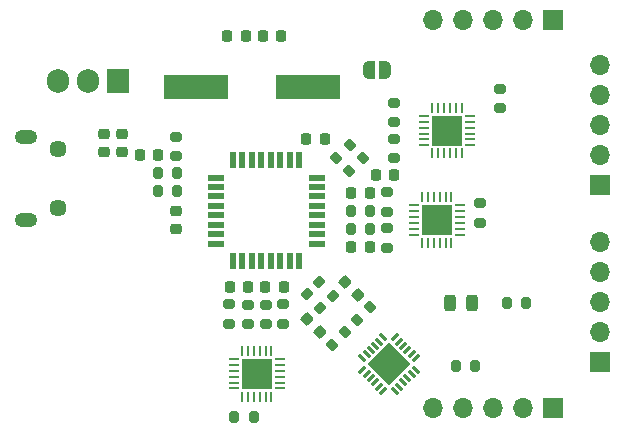
<source format=gbr>
%TF.GenerationSoftware,KiCad,Pcbnew,6.0.7-f9a2dced07~116~ubuntu22.04.1*%
%TF.CreationDate,2022-08-22T18:57:46+02:00*%
%TF.ProjectId,First,46697273-742e-46b6-9963-61645f706362,rev?*%
%TF.SameCoordinates,Original*%
%TF.FileFunction,Soldermask,Top*%
%TF.FilePolarity,Negative*%
%FSLAX46Y46*%
G04 Gerber Fmt 4.6, Leading zero omitted, Abs format (unit mm)*
G04 Created by KiCad (PCBNEW 6.0.7-f9a2dced07~116~ubuntu22.04.1) date 2022-08-22 18:57:46*
%MOMM*%
%LPD*%
G01*
G04 APERTURE LIST*
G04 Aperture macros list*
%AMRoundRect*
0 Rectangle with rounded corners*
0 $1 Rounding radius*
0 $2 $3 $4 $5 $6 $7 $8 $9 X,Y pos of 4 corners*
0 Add a 4 corners polygon primitive as box body*
4,1,4,$2,$3,$4,$5,$6,$7,$8,$9,$2,$3,0*
0 Add four circle primitives for the rounded corners*
1,1,$1+$1,$2,$3*
1,1,$1+$1,$4,$5*
1,1,$1+$1,$6,$7*
1,1,$1+$1,$8,$9*
0 Add four rect primitives between the rounded corners*
20,1,$1+$1,$2,$3,$4,$5,0*
20,1,$1+$1,$4,$5,$6,$7,0*
20,1,$1+$1,$6,$7,$8,$9,0*
20,1,$1+$1,$8,$9,$2,$3,0*%
%AMRotRect*
0 Rectangle, with rotation*
0 The origin of the aperture is its center*
0 $1 length*
0 $2 width*
0 $3 Rotation angle, in degrees counterclockwise*
0 Add horizontal line*
21,1,$1,$2,0,0,$3*%
%AMFreePoly0*
4,1,22,0.500000,-0.750000,0.000000,-0.750000,0.000000,-0.745033,-0.079941,-0.743568,-0.215256,-0.701293,-0.333266,-0.622738,-0.424486,-0.514219,-0.481581,-0.384460,-0.499164,-0.250000,-0.500000,-0.250000,-0.500000,0.250000,-0.499164,0.250000,-0.499963,0.256109,-0.478152,0.396186,-0.417904,0.524511,-0.324060,0.630769,-0.204165,0.706417,-0.067858,0.745374,0.000000,0.744959,0.000000,0.750000,
0.500000,0.750000,0.500000,-0.750000,0.500000,-0.750000,$1*%
%AMFreePoly1*
4,1,20,0.000000,0.744959,0.073905,0.744508,0.209726,0.703889,0.328688,0.626782,0.421226,0.519385,0.479903,0.390333,0.500000,0.250000,0.500000,-0.250000,0.499851,-0.262216,0.476331,-0.402017,0.414519,-0.529596,0.319384,-0.634700,0.198574,-0.708877,0.061801,-0.746166,0.000000,-0.745033,0.000000,-0.750000,-0.500000,-0.750000,-0.500000,0.750000,0.000000,0.750000,0.000000,0.744959,
0.000000,0.744959,$1*%
G04 Aperture macros list end*
%ADD10RoundRect,0.200000X-0.053033X0.335876X-0.335876X0.053033X0.053033X-0.335876X0.335876X-0.053033X0*%
%ADD11RoundRect,0.200000X0.275000X-0.200000X0.275000X0.200000X-0.275000X0.200000X-0.275000X-0.200000X0*%
%ADD12RoundRect,0.200000X0.053033X-0.335876X0.335876X-0.053033X-0.053033X0.335876X-0.335876X0.053033X0*%
%ADD13RoundRect,0.200000X0.200000X0.275000X-0.200000X0.275000X-0.200000X-0.275000X0.200000X-0.275000X0*%
%ADD14RoundRect,0.225000X-0.225000X-0.250000X0.225000X-0.250000X0.225000X0.250000X-0.225000X0.250000X0*%
%ADD15R,1.700000X1.700000*%
%ADD16O,1.700000X1.700000*%
%ADD17RoundRect,0.200000X-0.200000X-0.275000X0.200000X-0.275000X0.200000X0.275000X-0.200000X0.275000X0*%
%ADD18RoundRect,0.200000X-0.275000X0.200000X-0.275000X-0.200000X0.275000X-0.200000X0.275000X0.200000X0*%
%ADD19RoundRect,0.225000X0.225000X0.250000X-0.225000X0.250000X-0.225000X-0.250000X0.225000X-0.250000X0*%
%ADD20R,5.500000X2.000000*%
%ADD21RoundRect,0.225000X-0.250000X0.225000X-0.250000X-0.225000X0.250000X-0.225000X0.250000X0.225000X0*%
%ADD22R,1.905000X2.000000*%
%ADD23O,1.905000X2.000000*%
%ADD24RoundRect,0.225000X-0.335876X-0.017678X-0.017678X-0.335876X0.335876X0.017678X0.017678X0.335876X0*%
%ADD25RoundRect,0.062500X-0.350000X-0.062500X0.350000X-0.062500X0.350000X0.062500X-0.350000X0.062500X0*%
%ADD26RoundRect,0.062500X-0.062500X-0.350000X0.062500X-0.350000X0.062500X0.350000X-0.062500X0.350000X0*%
%ADD27R,2.600000X2.600000*%
%ADD28RoundRect,0.062500X-0.062500X0.350000X-0.062500X-0.350000X0.062500X-0.350000X0.062500X0.350000X0*%
%ADD29RoundRect,0.062500X-0.350000X0.062500X-0.350000X-0.062500X0.350000X-0.062500X0.350000X0.062500X0*%
%ADD30RoundRect,0.062500X-0.291682X0.203293X0.203293X-0.291682X0.291682X-0.203293X-0.203293X0.291682X0*%
%ADD31RoundRect,0.062500X-0.291682X-0.203293X-0.203293X-0.291682X0.291682X0.203293X0.203293X0.291682X0*%
%ADD32RotRect,2.600000X2.600000X315.000000*%
%ADD33R,1.358900X0.508000*%
%ADD34R,0.508000X1.358900*%
%ADD35RoundRect,0.200000X0.335876X0.053033X0.053033X0.335876X-0.335876X-0.053033X-0.053033X-0.335876X0*%
%ADD36RoundRect,0.243750X0.243750X0.456250X-0.243750X0.456250X-0.243750X-0.456250X0.243750X-0.456250X0*%
%ADD37FreePoly0,0.000000*%
%ADD38FreePoly1,0.000000*%
%ADD39C,1.450000*%
%ADD40O,1.900000X1.200000*%
G04 APERTURE END LIST*
D10*
%TO.C,R12*%
X125533363Y-65326637D03*
X124366637Y-66493363D03*
%TD*%
D11*
%TO.C,R16*%
X127490000Y-52755000D03*
X127490000Y-51105000D03*
%TD*%
D12*
%TO.C,R8*%
X122236637Y-68613363D03*
X123403363Y-67446637D03*
%TD*%
D11*
%TO.C,R2*%
X115150000Y-66815000D03*
X115150000Y-65165000D03*
%TD*%
D13*
%TO.C,R22*%
X134425000Y-70358000D03*
X132775000Y-70358000D03*
%TD*%
D14*
%TO.C,C10*%
X125975000Y-54200000D03*
X127525000Y-54200000D03*
%TD*%
D15*
%TO.C,J2*%
X145000000Y-70000000D03*
D16*
X145000000Y-67460000D03*
X145000000Y-64920000D03*
X145000000Y-62380000D03*
X145000000Y-59840000D03*
%TD*%
D13*
%TO.C,R11*%
X125525000Y-58750000D03*
X123875000Y-58750000D03*
%TD*%
D14*
%TO.C,C8*%
X123915000Y-55720000D03*
X125465000Y-55720000D03*
%TD*%
%TO.C,C12*%
X113425000Y-42400000D03*
X114975000Y-42400000D03*
%TD*%
D17*
%TO.C,R21*%
X113983000Y-74676000D03*
X115633000Y-74676000D03*
%TD*%
D18*
%TO.C,R18*%
X127490000Y-48075000D03*
X127490000Y-49725000D03*
%TD*%
%TO.C,R1*%
X113590000Y-65145000D03*
X113590000Y-66795000D03*
%TD*%
D15*
%TO.C,J5*%
X141000000Y-41070000D03*
D16*
X138460000Y-41070000D03*
X135920000Y-41070000D03*
X133380000Y-41070000D03*
X130840000Y-41070000D03*
%TD*%
D19*
%TO.C,C11*%
X121655000Y-51170000D03*
X120105000Y-51170000D03*
%TD*%
D18*
%TO.C,R7*%
X109090000Y-50925000D03*
X109090000Y-52575000D03*
%TD*%
D20*
%TO.C,Y1*%
X110750000Y-46700000D03*
X120250000Y-46700000D03*
%TD*%
D21*
%TO.C,C9*%
X104520000Y-50695000D03*
X104520000Y-52245000D03*
%TD*%
D19*
%TO.C,C13*%
X117975000Y-42400000D03*
X116425000Y-42400000D03*
%TD*%
D21*
%TO.C,C2*%
X102950000Y-50705000D03*
X102950000Y-52255000D03*
%TD*%
D18*
%TO.C,R24*%
X136500000Y-46875000D03*
X136500000Y-48525000D03*
%TD*%
D11*
%TO.C,R9*%
X126960000Y-60345000D03*
X126960000Y-58695000D03*
%TD*%
D22*
%TO.C,U5*%
X104170000Y-46225000D03*
D23*
X101630000Y-46225000D03*
X99090000Y-46225000D03*
%TD*%
D13*
%TO.C,R15*%
X125525000Y-57240000D03*
X123875000Y-57240000D03*
%TD*%
D24*
%TO.C,C7*%
X123341992Y-63231992D03*
X124438008Y-64328008D03*
%TD*%
D13*
%TO.C,R5*%
X109165000Y-54050000D03*
X107515000Y-54050000D03*
%TD*%
D25*
%TO.C,U4*%
X129202500Y-56750000D03*
X129202500Y-57250000D03*
X129202500Y-57750000D03*
X129202500Y-58250000D03*
X129202500Y-58750000D03*
X129202500Y-59250000D03*
D26*
X129890000Y-59937500D03*
X130390000Y-59937500D03*
X130890000Y-59937500D03*
X131390000Y-59937500D03*
X131890000Y-59937500D03*
X132390000Y-59937500D03*
D25*
X133077500Y-59250000D03*
X133077500Y-58750000D03*
X133077500Y-58250000D03*
X133077500Y-57750000D03*
X133077500Y-57250000D03*
X133077500Y-56750000D03*
D26*
X132390000Y-56062500D03*
X131890000Y-56062500D03*
X131390000Y-56062500D03*
X130890000Y-56062500D03*
X130390000Y-56062500D03*
X129890000Y-56062500D03*
D27*
X131140000Y-58000000D03*
%TD*%
D28*
%TO.C,U1*%
X117150000Y-69062500D03*
X116650000Y-69062500D03*
X116150000Y-69062500D03*
X115650000Y-69062500D03*
X115150000Y-69062500D03*
X114650000Y-69062500D03*
D29*
X113962500Y-69750000D03*
X113962500Y-70250000D03*
X113962500Y-70750000D03*
X113962500Y-71250000D03*
X113962500Y-71750000D03*
X113962500Y-72250000D03*
D28*
X114650000Y-72937500D03*
X115150000Y-72937500D03*
X115650000Y-72937500D03*
X116150000Y-72937500D03*
X116650000Y-72937500D03*
X117150000Y-72937500D03*
D29*
X117837500Y-72250000D03*
X117837500Y-71750000D03*
X117837500Y-71250000D03*
X117837500Y-70750000D03*
X117837500Y-70250000D03*
X117837500Y-69750000D03*
D27*
X115900000Y-71000000D03*
%TD*%
D18*
%TO.C,R3*%
X118170000Y-65145000D03*
X118170000Y-66795000D03*
%TD*%
D30*
%TO.C,U3*%
X126623864Y-67936097D03*
X126270311Y-68289651D03*
X125916757Y-68643204D03*
X125563204Y-68996757D03*
X125209651Y-69350311D03*
X124856097Y-69703864D03*
D31*
X124856097Y-70676136D03*
X125209651Y-71029689D03*
X125563204Y-71383243D03*
X125916757Y-71736796D03*
X126270311Y-72090349D03*
X126623864Y-72443903D03*
D30*
X127596136Y-72443903D03*
X127949689Y-72090349D03*
X128303243Y-71736796D03*
X128656796Y-71383243D03*
X129010349Y-71029689D03*
X129363903Y-70676136D03*
D31*
X129363903Y-69703864D03*
X129010349Y-69350311D03*
X128656796Y-68996757D03*
X128303243Y-68643204D03*
X127949689Y-68289651D03*
X127596136Y-67936097D03*
D32*
X127110000Y-70190000D03*
%TD*%
D18*
%TO.C,R23*%
X134800000Y-56575000D03*
X134800000Y-58225000D03*
%TD*%
%TO.C,R13*%
X126960000Y-55645000D03*
X126960000Y-57295000D03*
%TD*%
D11*
%TO.C,R4*%
X116650000Y-66815000D03*
X116650000Y-65165000D03*
%TD*%
D33*
%TO.C,U2*%
X112426450Y-54400001D03*
X112426450Y-55199999D03*
X112426450Y-56000000D03*
X112426450Y-56800001D03*
X112426450Y-57599999D03*
X112426450Y-58400000D03*
X112426450Y-59199999D03*
X112426450Y-59999999D03*
D34*
X113900001Y-61473550D03*
X114699999Y-61473550D03*
X115500000Y-61473550D03*
X116300001Y-61473550D03*
X117099999Y-61473550D03*
X117900000Y-61473550D03*
X118699999Y-61473550D03*
X119499999Y-61473550D03*
D33*
X120973550Y-59999999D03*
X120973550Y-59200001D03*
X120973550Y-58400000D03*
X120973550Y-57599999D03*
X120973550Y-56800001D03*
X120973550Y-56000000D03*
X120973550Y-55200001D03*
X120973550Y-54400001D03*
D34*
X119499999Y-52926450D03*
X118700001Y-52926450D03*
X117900000Y-52926450D03*
X117099999Y-52926450D03*
X116300001Y-52926450D03*
X115500000Y-52926450D03*
X114700001Y-52926450D03*
X113900001Y-52926450D03*
%TD*%
D19*
%TO.C,C18*%
X107585000Y-52490000D03*
X106035000Y-52490000D03*
%TD*%
D25*
%TO.C,U6*%
X130062500Y-49170000D03*
X130062500Y-49670000D03*
X130062500Y-50170000D03*
X130062500Y-50670000D03*
X130062500Y-51170000D03*
X130062500Y-51670000D03*
D26*
X130750000Y-52357500D03*
X131250000Y-52357500D03*
X131750000Y-52357500D03*
X132250000Y-52357500D03*
X132750000Y-52357500D03*
X133250000Y-52357500D03*
D25*
X133937500Y-51670000D03*
X133937500Y-51170000D03*
X133937500Y-50670000D03*
X133937500Y-50170000D03*
X133937500Y-49670000D03*
X133937500Y-49170000D03*
D26*
X133250000Y-48482500D03*
X132750000Y-48482500D03*
X132250000Y-48482500D03*
X131750000Y-48482500D03*
X131250000Y-48482500D03*
X130750000Y-48482500D03*
D27*
X132000000Y-50420000D03*
%TD*%
D35*
%TO.C,R10*%
X121303363Y-65443363D03*
X120136637Y-64276637D03*
%TD*%
D17*
%TO.C,R6*%
X107515000Y-55550000D03*
X109165000Y-55550000D03*
%TD*%
D15*
%TO.C,J4*%
X145000000Y-55000000D03*
D16*
X145000000Y-52460000D03*
X145000000Y-49920000D03*
X145000000Y-47380000D03*
X145000000Y-44840000D03*
%TD*%
D35*
%TO.C,R14*%
X122363363Y-64393363D03*
X121196637Y-63226637D03*
%TD*%
D14*
%TO.C,C6*%
X123925000Y-60270000D03*
X125475000Y-60270000D03*
%TD*%
D10*
%TO.C,R19*%
X123783363Y-51616637D03*
X122616637Y-52783363D03*
%TD*%
D15*
%TO.C,J1*%
X141000000Y-73900000D03*
D16*
X138460000Y-73900000D03*
X135920000Y-73900000D03*
X133380000Y-73900000D03*
X130840000Y-73900000D03*
%TD*%
D36*
%TO.C,D1*%
X134137500Y-65060000D03*
X132262500Y-65060000D03*
%TD*%
D24*
%TO.C,C1*%
X120131992Y-66411992D03*
X121228008Y-67508008D03*
%TD*%
D19*
%TO.C,C3*%
X115175000Y-63700000D03*
X113625000Y-63700000D03*
%TD*%
D37*
%TO.C,JP1*%
X125440000Y-45330000D03*
D38*
X126740000Y-45330000D03*
%TD*%
D10*
%TO.C,R17*%
X124863363Y-52706637D03*
X123696637Y-53873363D03*
%TD*%
D21*
%TO.C,C4*%
X109080000Y-57205000D03*
X109080000Y-58755000D03*
%TD*%
D13*
%TO.C,R20*%
X138725000Y-65040000D03*
X137075000Y-65040000D03*
%TD*%
D14*
%TO.C,C5*%
X116625000Y-63700000D03*
X118175000Y-63700000D03*
%TD*%
D39*
%TO.C,J3*%
X99080500Y-51985100D03*
X99080500Y-56985100D03*
D40*
X96380500Y-50985100D03*
X96380500Y-57985100D03*
%TD*%
M02*

</source>
